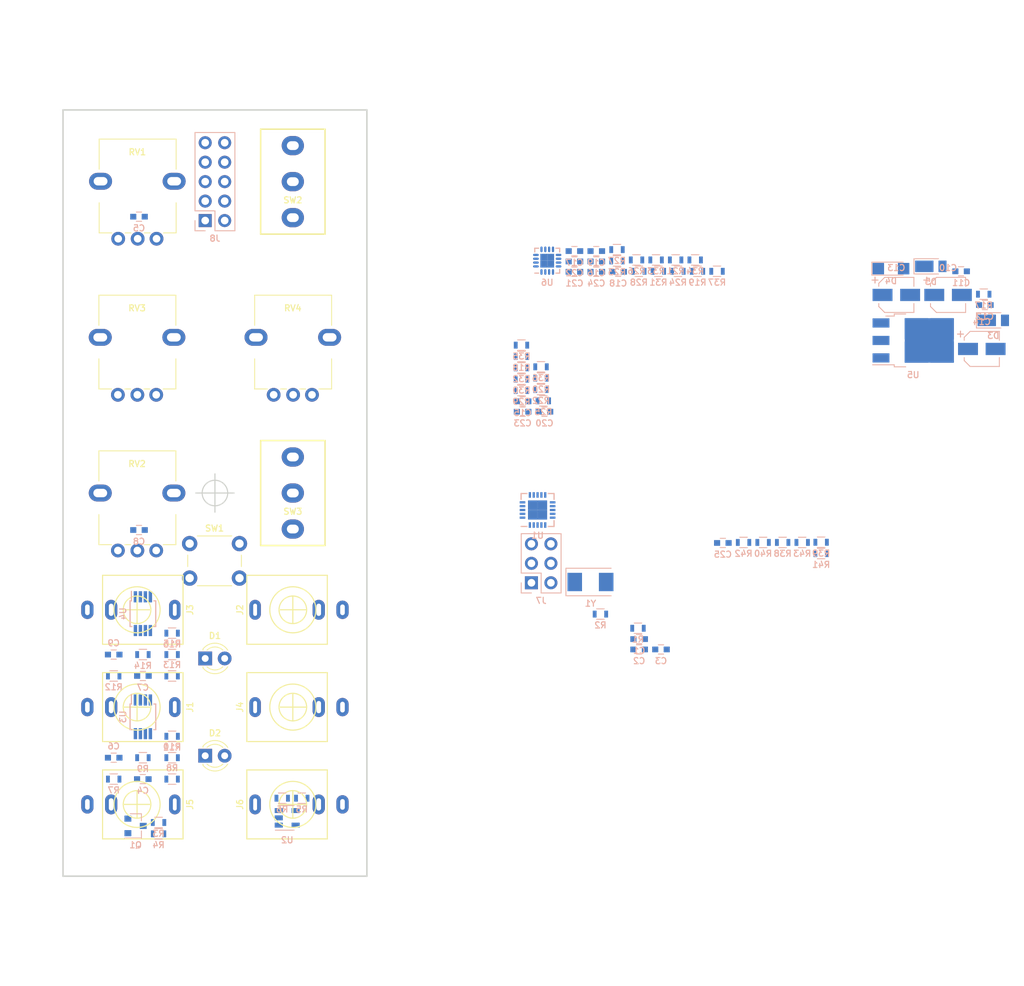
<source format=kicad_pcb>
(kicad_pcb (version 20171130) (host pcbnew 5.0.2-bee76a0~70~ubuntu18.04.1)
  (layers (0 F.Cu signal) (31 B.Cu signal) (34 B.Paste user) (35 F.Paste user) (36 B.SilkS user) (37 F.SilkS user) (38 B.Mask user) (39 F.Mask user) (44 Edge.Cuts user))
  (net 0 "")
  (net 1 +5V)
  (net 2 +12V)
  (net 3 "Net-(R5-Pad2)")
  (net 4 TRIG)
  (net 5 SYNC)
  (net 6 "Net-(Q1-Pad1)")
  (net 7 "Net-(C7-Pad2)")
  (net 8 "Net-(R12-Pad1)")
  (net 9 LED1)
  (net 10 "Net-(D1-Pad2)")
  (net 11 "Net-(R41-Pad2)")
  (net 12 SPDTS)
  (net 13 "Net-(C21-Pad1)")
  (net 14 "Net-(C16-Pad1)")
  (net 15 "Net-(R29-Pad1)")
  (net 16 "Net-(R28-Pad2)")
  (net 17 /OutputStage/Out)
  (net 18 "Net-(R25-Pad1)")
  (net 19 "Net-(C16-Pad2)")
  (net 20 "Net-(C20-Pad1)")
  (net 21 "Net-(C15-Pad2)")
  (net 22 "Net-(R40-Pad2)")
  (net 23 "Net-(R38-Pad2)")
  (net 24 "Net-(R37-Pad2)")
  (net 25 -12V)
  (net 26 "Net-(R36-Pad2)")
  (net 27 /OutputStage/Inv)
  (net 28 "Net-(R33-Pad1)")
  (net 29 "Net-(R32-Pad1)")
  (net 30 "Net-(C4-Pad2)")
  (net 31 /CVIn55/In)
  (net 32 "Net-(C19-Pad1)")
  (net 33 "Net-(C18-Pad1)")
  (net 34 "Net-(C17-Pad1)")
  (net 35 MOSI)
  (net 36 "Net-(C15-Pad1)")
  (net 37 "Net-(D4-Pad2)")
  (net 38 "Net-(R16-Pad1)")
  (net 39 /CVIn05.sch/In)
  (net 40 PWM)
  (net 41 VRef-10)
  (net 42 RESET)
  (net 43 /DigitalIn/In)
  (net 44 /DigitalOut/Out)
  (net 45 "Net-(D2-Pad2)")
  (net 46 "Net-(R7-Pad1)")
  (net 47 FREQ)
  (net 48 "Net-(R11-Pad1)")
  (net 49 "Net-(D3-Pad2)")
  (net 50 "Net-(D5-Pad1)")
  (net 51 SCK)
  (net 52 MISO)
  (net 53 "Net-(J6-PadTN)")
  (net 54 "Net-(J2-PadTN)")
  (net 55 "Net-(J4-PadTN)")
  (net 56 "Net-(C22-Pad1)")
  (net 57 "Net-(C8-Pad1)")
  (net 58 "Net-(C5-Pad1)")
  (net 59 "Net-(U1-Pad19)")
  (net 60 "Net-(U1-Pad18)")
  (net 61 "Net-(U1-Pad17)")
  (net 62 "Net-(C2-Pad2)")
  (net 63 "Net-(C1-Pad2)")
  (net 64 "Net-(U1-Pad10)")
  (net 65 "Net-(U1-Pad7)")
  (net 66 "Net-(U1-Pad6)")
  (module Buttons_Switches_THT:SW_PUSH_6mm_h9.5mm (layer F.Cu) (at 145.198 111.604)
    (fp_text reference SW1 (at 3.25 -2) (layer F.SilkS) (effects (font (size 0.8 0.8))))
    (fp_text value SW_Push)
    (pad 1 thru_hole circle (at 6.5 0 90) (size 2 2) (drill 1.1) (layers *.Cu *.Mask) (net 42 RESET))
    (pad 2 thru_hole circle (at 6.5 4.5 90) (size 2 2) (drill 1.1) (layers *.Cu *.Mask))
    (pad 1 thru_hole circle (at 0 0 90) (size 2 2) (drill 1.1) (layers *.Cu *.Mask) (net 42 RESET))
    (pad 2 thru_hole circle (at 0 4.5 90) (size 2 2) (drill 1.1) (layers *.Cu *.Mask))
  )
  (module Capacitors_SMD:CP_Elec_4x5.8 (layer B.Cu) (at 244.135001 79.144959)
    (fp_text reference C10 (at 0 -3.54) (layer B.SilkS) (effects (font (size 0.8 0.8)) (justify mirror)))
    (fp_text value 10u)
    (fp_text user + (at -2.78 -2.01) (layer B.SilkS) (effects (justify mirror)))
    (pad 2 smd rect (at 1.8 0 180) (size 2.6 1.6) (layers B.Cu B.Paste B.Mask))
    (pad 1 smd rect (at -1.8 0 180) (size 2.6 1.6) (layers B.Cu B.Paste B.Mask) (net 2 +12V))
  )
  (module Capacitors_SMD:CP_Elec_4x5.8 (layer B.Cu) (at 248.535001 86.194959)
    (fp_text reference C14 (at 0 -3.54) (layer B.SilkS) (effects (font (size 0.8 0.8)) (justify mirror)))
    (fp_text value 10u)
    (fp_text user + (at -2.78 -2.01) (layer B.SilkS) (effects (justify mirror)))
    (pad 1 smd rect (at -1.8 0 180) (size 2.6 1.6) (layers B.Cu B.Paste B.Mask))
    (pad 2 smd rect (at 1.8 0 180) (size 2.6 1.6) (layers B.Cu B.Paste B.Mask) (net 25 -12V))
  )
  (module Capacitors_SMD:CP_Elec_4x5.8 (layer B.Cu) (at 237.385001 79.144959)
    (fp_text reference C13 (at 0 -3.54) (layer B.SilkS) (effects (font (size 0.8 0.8)) (justify mirror)))
    (fp_text value 10u)
    (fp_text user + (at -2.78 -2.01) (layer B.SilkS) (effects (justify mirror)))
    (pad 2 smd rect (at 1.8 0 180) (size 2.6 1.6) (layers B.Cu B.Paste B.Mask))
    (pad 1 smd rect (at -1.8 0 180) (size 2.6 1.6) (layers B.Cu B.Paste B.Mask) (net 1 +5V))
  )
  (module Capacitors_SMD:C_0603 (layer B.Cu) (at 248.935001 80.464959)
    (fp_text reference C12 (at 0 1.5) (layer B.SilkS) (effects (font (size 0.8 0.8)) (justify mirror)))
    (fp_text value 100n)
    (pad 2 smd rect (at 0.75 0) (size 0.8 0.75) (layers B.Cu B.Paste B.Mask))
    (pad 1 smd rect (at -0.75 0) (size 0.8 0.75) (layers B.Cu B.Paste B.Mask) (net 1 +5V))
  )
  (module Capacitors_SMD:C_0603 (layer B.Cu) (at 203.835001 124.064959)
    (fp_text reference C1 (at 0 1.5) (layer B.SilkS) (effects (font (size 0.8 0.8)) (justify mirror)))
    (fp_text value 22p)
    (pad 1 smd rect (at -0.75 0) (size 0.8 0.75) (layers B.Cu B.Paste B.Mask))
    (pad 2 smd rect (at 0.75 0) (size 0.8 0.75) (layers B.Cu B.Paste B.Mask) (net 63 "Net-(C1-Pad2)"))
  )
  (module Capacitors_SMD:C_0603 (layer B.Cu) (at 206.685001 125.414959)
    (fp_text reference C3 (at 0 1.5) (layer B.SilkS) (effects (font (size 0.8 0.8)) (justify mirror)))
    (fp_text value 100n)
    (pad 2 smd rect (at 0.75 0) (size 0.8 0.75) (layers B.Cu B.Paste B.Mask))
    (pad 1 smd rect (at -0.75 0) (size 0.8 0.75) (layers B.Cu B.Paste B.Mask) (net 1 +5V))
  )
  (module Capacitors_SMD:C_0603 (layer B.Cu) (at 139.09 142.338)
    (fp_text reference C4 (at 0 1.5) (layer B.SilkS) (effects (font (size 0.8 0.8)) (justify mirror)))
    (fp_text value 470p)
    (pad 1 smd rect (at -0.75 0) (size 0.8 0.75) (layers B.Cu B.Paste B.Mask) (net 47 FREQ))
    (pad 2 smd rect (at 0.75 0) (size 0.8 0.75) (layers B.Cu B.Paste B.Mask) (net 30 "Net-(C4-Pad2)"))
  )
  (module Capacitors_SMD:C_0603 (layer B.Cu) (at 138.594 68.932)
    (fp_text reference C5 (at 0 1.5) (layer B.SilkS) (effects (font (size 0.8 0.8)) (justify mirror)))
    (fp_text value 100n)
    (pad 2 smd rect (at 0.75 0) (size 0.8 0.75) (layers B.Cu B.Paste B.Mask))
    (pad 1 smd rect (at -0.75 0) (size 0.8 0.75) (layers B.Cu B.Paste B.Mask) (net 58 "Net-(C5-Pad1)"))
  )
  (module Capacitors_SMD:C_0603 (layer B.Cu) (at 135.292 139.544 180)
    (fp_text reference C6 (at 0 1.5 180) (layer B.SilkS) (effects (font (size 0.8 0.8)) (justify mirror)))
    (fp_text value 100n)
    (pad 1 smd rect (at -0.75 0 180) (size 0.8 0.75) (layers B.Cu B.Paste B.Mask) (net 1 +5V))
    (pad 2 smd rect (at 0.75 0 180) (size 0.8 0.75) (layers B.Cu B.Paste B.Mask))
  )
  (module Capacitors_SMD:C_0603 (layer B.Cu) (at 139.102 128.876)
    (fp_text reference C7 (at 0 1.5) (layer B.SilkS) (effects (font (size 0.8 0.8)) (justify mirror)))
    (fp_text value 470p)
    (pad 2 smd rect (at 0.75 0) (size 0.8 0.75) (layers B.Cu B.Paste B.Mask) (net 7 "Net-(C7-Pad2)"))
    (pad 1 smd rect (at -0.75 0) (size 0.8 0.75) (layers B.Cu B.Paste B.Mask) (net 40 PWM))
  )
  (module Capacitors_SMD:C_0603 (layer B.Cu) (at 138.594 109.826)
    (fp_text reference C8 (at 0 1.5) (layer B.SilkS) (effects (font (size 0.8 0.8)) (justify mirror)))
    (fp_text value 100n)
    (pad 1 smd rect (at -0.75 0) (size 0.8 0.75) (layers B.Cu B.Paste B.Mask) (net 57 "Net-(C8-Pad1)"))
    (pad 2 smd rect (at 0.75 0) (size 0.8 0.75) (layers B.Cu B.Paste B.Mask))
  )
  (module Capacitors_SMD:C_0603 (layer B.Cu) (at 135.292 126.082 180)
    (fp_text reference C9 (at 0 1.5 180) (layer B.SilkS) (effects (font (size 0.8 0.8)) (justify mirror)))
    (fp_text value 100n)
    (pad 2 smd rect (at 0.75 0 180) (size 0.8 0.75) (layers B.Cu B.Paste B.Mask))
    (pad 1 smd rect (at -0.75 0 180) (size 0.8 0.75) (layers B.Cu B.Paste B.Mask) (net 1 +5V))
  )
  (module Capacitors_SMD:C_0603 (layer B.Cu) (at 245.835001 76.064959)
    (fp_text reference C11 (at 0 1.5) (layer B.SilkS) (effects (font (size 0.8 0.8)) (justify mirror)))
    (fp_text value 100n)
    (pad 1 smd rect (at -0.75 0) (size 0.8 0.75) (layers B.Cu B.Paste B.Mask) (net 2 +12V))
    (pad 2 smd rect (at 0.75 0) (size 0.8 0.75) (layers B.Cu B.Paste B.Mask))
  )
  (module Capacitors_SMD:C_0603 (layer B.Cu) (at 214.755001 111.514959)
    (fp_text reference C25 (at 0 1.5) (layer B.SilkS) (effects (font (size 0.8 0.8)) (justify mirror)))
    (fp_text value 100n)
    (pad 2 smd rect (at 0.75 0) (size 0.8 0.75) (layers B.Cu B.Paste B.Mask))
    (pad 1 smd rect (at -0.75 0) (size 0.8 0.75) (layers B.Cu B.Paste B.Mask) (net 12 SPDTS))
  )
  (module Capacitors_SMD:C_0603 (layer B.Cu) (at 188.635001 93.034959)
    (fp_text reference C15 (at 0 1.5) (layer B.SilkS) (effects (font (size 0.8 0.8)) (justify mirror)))
    (fp_text value 100p)
    (pad 1 smd rect (at -0.75 0) (size 0.8 0.75) (layers B.Cu B.Paste B.Mask) (net 36 "Net-(C15-Pad1)"))
    (pad 2 smd rect (at 0.75 0) (size 0.8 0.75) (layers B.Cu B.Paste B.Mask) (net 21 "Net-(C15-Pad2)"))
  )
  (module Capacitors_SMD:C_0603 (layer B.Cu) (at 198.245001 74.774959)
    (fp_text reference C16 (at 0 1.5) (layer B.SilkS) (effects (font (size 0.8 0.8)) (justify mirror)))
    (fp_text value 100p)
    (pad 2 smd rect (at 0.75 0) (size 0.8 0.75) (layers B.Cu B.Paste B.Mask) (net 19 "Net-(C16-Pad2)"))
    (pad 1 smd rect (at -0.75 0) (size 0.8 0.75) (layers B.Cu B.Paste B.Mask) (net 14 "Net-(C16-Pad1)"))
  )
  (module Capacitors_SMD:C_0603 (layer B.Cu) (at 195.395001 73.424959)
    (fp_text reference C17 (at 0 1.5) (layer B.SilkS) (effects (font (size 0.8 0.8)) (justify mirror)))
    (fp_text value 47n)
    (pad 1 smd rect (at -0.75 0) (size 0.8 0.75) (layers B.Cu B.Paste B.Mask) (net 34 "Net-(C17-Pad1)"))
    (pad 2 smd rect (at 0.75 0) (size 0.8 0.75) (layers B.Cu B.Paste B.Mask))
  )
  (module Capacitors_SMD:C_0603 (layer B.Cu) (at 201.095001 76.124959)
    (fp_text reference C18 (at 0 1.5) (layer B.SilkS) (effects (font (size 0.8 0.8)) (justify mirror)))
    (fp_text value 47n)
    (pad 2 smd rect (at 0.75 0) (size 0.8 0.75) (layers B.Cu B.Paste B.Mask))
    (pad 1 smd rect (at -0.75 0) (size 0.8 0.75) (layers B.Cu B.Paste B.Mask) (net 33 "Net-(C18-Pad1)"))
  )
  (module Capacitors_SMD:C_0603 (layer B.Cu) (at 198.245001 73.424959)
    (fp_text reference C19 (at 0 1.5) (layer B.SilkS) (effects (font (size 0.8 0.8)) (justify mirror)))
    (fp_text value 47n)
    (pad 1 smd rect (at -0.75 0) (size 0.8 0.75) (layers B.Cu B.Paste B.Mask) (net 32 "Net-(C19-Pad1)"))
    (pad 2 smd rect (at 0.75 0) (size 0.8 0.75) (layers B.Cu B.Paste B.Mask))
  )
  (module Capacitors_SMD:C_0603 (layer B.Cu) (at 191.485001 94.384959)
    (fp_text reference C20 (at 0 1.5) (layer B.SilkS) (effects (font (size 0.8 0.8)) (justify mirror)))
    (fp_text value 47n)
    (pad 2 smd rect (at 0.75 0) (size 0.8 0.75) (layers B.Cu B.Paste B.Mask))
    (pad 1 smd rect (at -0.75 0) (size 0.8 0.75) (layers B.Cu B.Paste B.Mask) (net 20 "Net-(C20-Pad1)"))
  )
  (module Capacitors_SMD:C_0603 (layer B.Cu) (at 195.395001 76.124959)
    (fp_text reference C21 (at 0 1.5) (layer B.SilkS) (effects (font (size 0.8 0.8)) (justify mirror)))
    (fp_text value 100p)
    (pad 1 smd rect (at -0.75 0) (size 0.8 0.75) (layers B.Cu B.Paste B.Mask) (net 13 "Net-(C21-Pad1)"))
    (pad 2 smd rect (at 0.75 0) (size 0.8 0.75) (layers B.Cu B.Paste B.Mask) (net 14 "Net-(C16-Pad1)"))
  )
  (module Capacitors_SMD:C_0603 (layer B.Cu) (at 195.395001 74.774959)
    (fp_text reference C22 (at 0 1.5) (layer B.SilkS) (effects (font (size 0.8 0.8)) (justify mirror)))
    (fp_text value C)
    (pad 2 smd rect (at 0.75 0) (size 0.8 0.75) (layers B.Cu B.Paste B.Mask))
    (pad 1 smd rect (at -0.75 0) (size 0.8 0.75) (layers B.Cu B.Paste B.Mask) (net 56 "Net-(C22-Pad1)"))
  )
  (module Capacitors_SMD:C_0603 (layer B.Cu) (at 203.835001 125.414959)
    (fp_text reference C2 (at 0 1.5) (layer B.SilkS) (effects (font (size 0.8 0.8)) (justify mirror)))
    (fp_text value 22p)
    (pad 1 smd rect (at -0.75 0) (size 0.8 0.75) (layers B.Cu B.Paste B.Mask))
    (pad 2 smd rect (at 0.75 0) (size 0.8 0.75) (layers B.Cu B.Paste B.Mask) (net 62 "Net-(C2-Pad2)"))
  )
  (module Capacitors_SMD:C_0603 (layer B.Cu) (at 188.635001 94.384959)
    (fp_text reference C23 (at 0 1.5) (layer B.SilkS) (effects (font (size 0.8 0.8)) (justify mirror)))
    (fp_text value 100n)
    (pad 2 smd rect (at 0.75 0) (size 0.8 0.75) (layers B.Cu B.Paste B.Mask))
    (pad 1 smd rect (at -0.75 0) (size 0.8 0.75) (layers B.Cu B.Paste B.Mask) (net 2 +12V))
  )
  (module Capacitors_SMD:C_0603 (layer B.Cu) (at 198.245001 76.124959)
    (fp_text reference C24 (at 0 1.5) (layer B.SilkS) (effects (font (size 0.8 0.8)) (justify mirror)))
    (fp_text value 100n)
    (pad 1 smd rect (at -0.75 0) (size 0.8 0.75) (layers B.Cu B.Paste B.Mask))
    (pad 2 smd rect (at 0.75 0) (size 0.8 0.75) (layers B.Cu B.Paste B.Mask) (net 25 -12V))
  )
  (module Crystals:Crystal_SMD_Abracon_ABM3-2pin_5.0x3.2mm (layer B.Cu) (at 197.485001 116.614959)
    (fp_text reference Y1 (at 0 2.8) (layer B.SilkS) (effects (font (size 0.8 0.8)) (justify mirror)))
    (fp_text value 20MHz)
    (pad 2 smd rect (at 2.05 0) (size 1.9 2.4) (layers B.Cu B.Paste B.Mask) (net 62 "Net-(C2-Pad2)"))
    (pad 1 smd rect (at -2.05 0) (size 1.9 2.4) (layers B.Cu B.Paste B.Mask) (net 63 "Net-(C1-Pad2)"))
  )
  (module Diodes_SMD:D_PowerDI-123 (layer B.Cu) (at 241.885001 75.414959)
    (fp_text reference D5 (at 0 2) (layer B.SilkS) (effects (font (size 0.8 0.8)) (justify mirror)))
    (fp_text value DFLR1400-7)
    (pad 1 smd rect (at -0.85 0 180) (size 2.4 1.5) (layers B.Cu B.Paste B.Mask) (net 50 "Net-(D5-Pad1)"))
    (pad 2 smd rect (at 1.525 0 180) (size 1.05 1.5) (layers B.Cu B.Paste B.Mask) (net 25 -12V))
  )
  (module Diodes_SMD:D_PowerDI-123 (layer B.Cu) (at 250.035001 82.464959)
    (fp_text reference D3 (at 0 2) (layer B.SilkS) (effects (font (size 0.8 0.8)) (justify mirror)))
    (fp_text value DFLR1400-7)
    (pad 2 smd rect (at 1.525 0 180) (size 1.05 1.5) (layers B.Cu B.Paste B.Mask) (net 49 "Net-(D3-Pad2)"))
    (pad 1 smd rect (at -0.85 0 180) (size 2.4 1.5) (layers B.Cu B.Paste B.Mask) (net 2 +12V))
  )
  (module Housings_DFN_QFN:QFN-16-1EP_3x3mm_Pitch0.5mm (layer B.Cu) (at 191.845001 74.674959)
    (fp_text reference U6 (at 0 2.85) (layer B.SilkS) (effects (font (size 0.8 0.8)) (justify mirror)))
    (fp_text value LM324)
    (pad 17 smd rect (at -0.45 0.45) (size 0.9 0.9) (layers B.Cu B.Paste B.Mask))
    (pad 17 smd rect (at -0.45 -0.45) (size 0.9 0.9) (layers B.Cu B.Paste B.Mask))
    (pad 17 smd rect (at 0.45 0.45) (size 0.9 0.9) (layers B.Cu B.Paste B.Mask))
    (pad 17 smd rect (at 0.45 -0.45) (size 0.9 0.9) (layers B.Cu B.Paste B.Mask))
    (pad 16 smd oval (at -0.75 1.475 270) (size 0.75 0.3) (layers B.Cu B.Paste B.Mask))
    (pad 15 smd oval (at -0.25 1.475 270) (size 0.75 0.3) (layers B.Cu B.Paste B.Mask))
    (pad 14 smd oval (at 0.25 1.475 270) (size 0.75 0.3) (layers B.Cu B.Paste B.Mask) (net 13 "Net-(C21-Pad1)"))
    (pad 13 smd oval (at 0.75 1.475 270) (size 0.75 0.3) (layers B.Cu B.Paste B.Mask) (net 14 "Net-(C16-Pad1)"))
    (pad 12 smd oval (at 1.475 0.75) (size 0.75 0.3) (layers B.Cu B.Paste B.Mask) (net 26 "Net-(R36-Pad2)"))
    (pad 11 smd oval (at 1.475 0.25) (size 0.75 0.3) (layers B.Cu B.Paste B.Mask) (net 25 -12V))
    (pad 10 smd oval (at 1.475 -0.25) (size 0.75 0.3) (layers B.Cu B.Paste B.Mask) (net 56 "Net-(C22-Pad1)"))
    (pad 9 smd oval (at 1.475 -0.75) (size 0.75 0.3) (layers B.Cu B.Paste B.Mask) (net 28 "Net-(R33-Pad1)"))
    (pad 8 smd oval (at 0.75 -1.475 270) (size 0.75 0.3) (layers B.Cu B.Paste B.Mask) (net 28 "Net-(R33-Pad1)"))
    (pad 7 smd oval (at 0.25 -1.475 270) (size 0.75 0.3) (layers B.Cu B.Paste B.Mask) (net 14 "Net-(C16-Pad1)"))
    (pad 6 smd oval (at -0.25 -1.475 270) (size 0.75 0.3) (layers B.Cu B.Paste B.Mask) (net 19 "Net-(C16-Pad2)"))
    (pad 5 smd oval (at -0.75 -1.475 270) (size 0.75 0.3) (layers B.Cu B.Paste B.Mask) (net 16 "Net-(R28-Pad2)"))
    (pad 4 smd oval (at -1.475 -0.75) (size 0.75 0.3) (layers B.Cu B.Paste B.Mask) (net 2 +12V))
    (pad 3 smd oval (at -1.475 -0.25) (size 0.75 0.3) (layers B.Cu B.Paste B.Mask) (net 15 "Net-(R29-Pad1)"))
    (pad 2 smd oval (at -1.475 0.25) (size 0.75 0.3) (layers B.Cu B.Paste B.Mask) (net 21 "Net-(C15-Pad2)"))
    (pad 1 smd oval (at -1.475 0.75) (size 0.75 0.3) (layers B.Cu B.Paste B.Mask) (net 36 "Net-(C15-Pad1)"))
  )
  (module Housings_DFN_QFN:QFN-20-1EP_4x4mm_Pitch0.5mm (layer B.Cu) (at 190.585001 107.214959)
    (fp_text reference U1 (at 0 3.33) (layer B.SilkS) (effects (font (size 0.8 0.8)) (justify mirror)))
    (fp_text value ATtiny84-20MU)
    (pad 21 smd rect (at -0.625 0.625) (size 1.25 1.25) (layers B.Cu B.Paste B.Mask))
    (pad 21 smd rect (at -0.625 -0.625) (size 1.25 1.25) (layers B.Cu B.Paste B.Mask))
    (pad 21 smd rect (at 0.625 0.625) (size 1.25 1.25) (layers B.Cu B.Paste B.Mask))
    (pad 21 smd rect (at 0.625 -0.625) (size 1.25 1.25) (layers B.Cu B.Paste B.Mask))
    (pad 20 smd rect (at -1 1.965 270) (size 0.73 0.3) (layers B.Cu B.Paste B.Mask) (net 52 MISO))
    (pad 19 smd rect (at -0.5 1.965 270) (size 0.73 0.3) (layers B.Cu B.Paste B.Mask) (net 59 "Net-(U1-Pad19)"))
    (pad 18 smd rect (at 0 1.965 270) (size 0.73 0.3) (layers B.Cu B.Paste B.Mask) (net 60 "Net-(U1-Pad18)"))
    (pad 17 smd rect (at 0.5 1.965 270) (size 0.73 0.3) (layers B.Cu B.Paste B.Mask) (net 61 "Net-(U1-Pad17)"))
    (pad 16 smd rect (at 1 1.965 270) (size 0.73 0.3) (layers B.Cu B.Paste B.Mask) (net 35 MOSI))
    (pad 15 smd rect (at 1.965 1) (size 0.73 0.3) (layers B.Cu B.Paste B.Mask) (net 12 SPDTS))
    (pad 14 smd rect (at 1.965 0.5) (size 0.73 0.3) (layers B.Cu B.Paste B.Mask) (net 9 LED1))
    (pad 13 smd rect (at 1.965 0) (size 0.73 0.3) (layers B.Cu B.Paste B.Mask) (net 42 RESET))
    (pad 12 smd rect (at 1.965 -0.5) (size 0.73 0.3) (layers B.Cu B.Paste B.Mask) (net 62 "Net-(C2-Pad2)"))
    (pad 11 smd rect (at 1.965 -1) (size 0.73 0.3) (layers B.Cu B.Paste B.Mask) (net 63 "Net-(C1-Pad2)"))
    (pad 10 smd rect (at 1 -1.965 270) (size 0.73 0.3) (layers B.Cu B.Paste B.Mask) (net 64 "Net-(U1-Pad10)"))
    (pad 9 smd rect (at 0.5 -1.965 270) (size 0.73 0.3) (layers B.Cu B.Paste B.Mask) (net 1 +5V))
    (pad 8 smd rect (at 0 -1.965 270) (size 0.73 0.3) (layers B.Cu B.Paste B.Mask))
    (pad 7 smd rect (at -0.5 -1.965 270) (size 0.73 0.3) (layers B.Cu B.Paste B.Mask) (net 65 "Net-(U1-Pad7)"))
    (pad 6 smd rect (at -1 -1.965 270) (size 0.73 0.3) (layers B.Cu B.Paste B.Mask) (net 66 "Net-(U1-Pad6)"))
    (pad 5 smd rect (at -1.965 -1) (size 0.73 0.3) (layers B.Cu B.Paste B.Mask) (net 47 FREQ))
    (pad 4 smd rect (at -1.965 -0.5) (size 0.73 0.3) (layers B.Cu B.Paste B.Mask) (net 40 PWM))
    (pad 3 smd rect (at -1.965 0) (size 0.73 0.3) (layers B.Cu B.Paste B.Mask) (net 5 SYNC))
    (pad 2 smd rect (at -1.965 0.5) (size 0.73 0.3) (layers B.Cu B.Paste B.Mask) (net 4 TRIG))
    (pad 1 smd rect (at -1.965 1) (size 0.73 0.3) (layers B.Cu B.Paste B.Mask) (net 51 SCK))
  )
  (module Housings_SSOP:MSOP-8_3x3mm_Pitch0.65mm (layer B.Cu) (at 139.102 120.748 270)
    (fp_text reference U4 (at 0 2.6 270) (layer B.SilkS) (effects (font (size 0.8 0.8)) (justify mirror)))
    (fp_text value MCP6002-xMS)
    (pad 1 smd rect (at -2.2 0.975 270) (size 1.45 0.45) (layers B.Cu B.Paste B.Mask) (net 8 "Net-(R12-Pad1)"))
    (pad 2 smd rect (at -2.2 0.325 270) (size 1.45 0.45) (layers B.Cu B.Paste B.Mask) (net 8 "Net-(R12-Pad1)"))
    (pad 3 smd rect (at -2.2 -0.325 270) (size 1.45 0.45) (layers B.Cu B.Paste B.Mask) (net 57 "Net-(C8-Pad1)"))
    (pad 4 smd rect (at -2.2 -0.975 270) (size 1.45 0.45) (layers B.Cu B.Paste B.Mask))
    (pad 5 smd rect (at 2.2 -0.975 270) (size 1.45 0.45) (layers B.Cu B.Paste B.Mask) (net 38 "Net-(R16-Pad1)"))
    (pad 6 smd rect (at 2.2 -0.325 270) (size 1.45 0.45) (layers B.Cu B.Paste B.Mask) (net 7 "Net-(C7-Pad2)"))
    (pad 7 smd rect (at 2.2 0.325 270) (size 1.45 0.45) (layers B.Cu B.Paste B.Mask) (net 40 PWM))
    (pad 8 smd rect (at 2.2 0.975 270) (size 1.45 0.45) (layers B.Cu B.Paste B.Mask) (net 1 +5V))
  )
  (module Housings_SSOP:MSOP-8_3x3mm_Pitch0.65mm (layer B.Cu) (at 139.102 134.21 270)
    (fp_text reference U3 (at 0 2.6 270) (layer B.SilkS) (effects (font (size 0.8 0.8)) (justify mirror)))
    (fp_text value MCP6002-xMS)
    (pad 8 smd rect (at 2.2 0.975 270) (size 1.45 0.45) (layers B.Cu B.Paste B.Mask) (net 1 +5V))
    (pad 7 smd rect (at 2.2 0.325 270) (size 1.45 0.45) (layers B.Cu B.Paste B.Mask) (net 47 FREQ))
    (pad 6 smd rect (at 2.2 -0.325 270) (size 1.45 0.45) (layers B.Cu B.Paste B.Mask) (net 30 "Net-(C4-Pad2)"))
    (pad 5 smd rect (at 2.2 -0.975 270) (size 1.45 0.45) (layers B.Cu B.Paste B.Mask) (net 48 "Net-(R11-Pad1)"))
    (pad 4 smd rect (at -2.2 -0.975 270) (size 1.45 0.45) (layers B.Cu B.Paste B.Mask))
    (pad 3 smd rect (at -2.2 -0.325 270) (size 1.45 0.45) (layers B.Cu B.Paste B.Mask) (net 58 "Net-(C5-Pad1)"))
    (pad 2 smd rect (at -2.2 0.325 270) (size 1.45 0.45) (layers B.Cu B.Paste B.Mask) (net 46 "Net-(R7-Pad1)"))
    (pad 1 smd rect (at -2.2 0.975 270) (size 1.45 0.45) (layers B.Cu B.Paste B.Mask) (net 46 "Net-(R7-Pad1)"))
  )
  (module LEDs:LED_1206 (layer B.Cu) (at 236.685001 75.714959)
    (fp_text reference D4 (at 0 1.6) (layer B.SilkS) (effects (font (size 0.8 0.8)) (justify mirror)))
    (fp_text value LED)
    (pad 1 smd rect (at -1.65 0 180) (size 1.5 1.5) (layers B.Cu B.Paste B.Mask))
    (pad 2 smd rect (at 1.65 0 180) (size 1.5 1.5) (layers B.Cu B.Paste B.Mask) (net 37 "Net-(D4-Pad2)"))
  )
  (module LEDs:LED_D3.0mm (layer F.Cu) (at 147.23 126.59)
    (fp_text reference D1 (at 1.27 -2.96) (layer F.SilkS) (effects (font (size 0.8 0.8))))
    (fp_text value LED)
    (pad 1 thru_hole rect (at 0 0) (size 1.8 1.8) (drill 0.9) (layers *.Cu *.Mask))
    (pad 2 thru_hole circle (at 2.54 0) (size 1.8 1.8) (drill 0.9) (layers *.Cu *.Mask) (net 10 "Net-(D1-Pad2)"))
  )
  (module LEDs:LED_D3.0mm (layer F.Cu) (at 147.23 139.29)
    (fp_text reference D2 (at 1.27 -2.96) (layer F.SilkS) (effects (font (size 0.8 0.8))))
    (fp_text value LED)
    (pad 2 thru_hole circle (at 2.54 0) (size 1.8 1.8) (drill 0.9) (layers *.Cu *.Mask) (net 45 "Net-(D2-Pad2)"))
    (pad 1 thru_hole rect (at 0 0) (size 1.8 1.8) (drill 0.9) (layers *.Cu *.Mask))
  )
  (module Local:AlpsRK09K (layer F.Cu) (at 138.38 64.31)
    (fp_text reference RV1 (at 0 -3.81 180) (layer F.SilkS) (effects (font (size 0.8 0.8))))
    (fp_text value 100k)
    (pad "" np_thru_hole oval (at 4.8 0) (size 3 2.2) (drill oval 1.8 1.1) (layers *.Cu *.Mask))
    (pad 3 thru_hole circle (at -2.5 7.50001 90) (size 1.8 1.8) (drill 1) (layers *.Cu *.Mask))
    (pad 2 thru_hole circle (at 0.04 7.50001 90) (size 1.8 1.8) (drill 1) (layers *.Cu *.Mask) (net 58 "Net-(C5-Pad1)"))
    (pad 1 thru_hole circle (at 2.5 7.50001 90) (size 1.8 1.8) (drill 1) (layers *.Cu *.Mask) (net 1 +5V))
    (pad "" np_thru_hole oval (at -4.8 0) (size 3 2.2) (drill oval 1.8 1.1) (layers *.Cu *.Mask))
  )
  (module Local:AlpsRK09K (layer F.Cu) (at 138.34 105)
    (fp_text reference RV2 (at 0 -3.81 180) (layer F.SilkS) (effects (font (size 0.8 0.8))))
    (fp_text value 100k)
    (pad "" np_thru_hole oval (at -4.8 0) (size 3 2.2) (drill oval 1.8 1.1) (layers *.Cu *.Mask))
    (pad 1 thru_hole circle (at 2.5 7.50001 90) (size 1.8 1.8) (drill 1) (layers *.Cu *.Mask) (net 1 +5V))
    (pad 2 thru_hole circle (at 0.04 7.50001 90) (size 1.8 1.8) (drill 1) (layers *.Cu *.Mask) (net 57 "Net-(C8-Pad1)"))
    (pad 3 thru_hole circle (at -2.5 7.50001 90) (size 1.8 1.8) (drill 1) (layers *.Cu *.Mask))
    (pad "" np_thru_hole oval (at 4.8 0) (size 3 2.2) (drill oval 1.8 1.1) (layers *.Cu *.Mask))
  )
  (module Local:AlpsRK09K (layer F.Cu) (at 138.34 84.68)
    (fp_text reference RV3 (at 0 -3.81 180) (layer F.SilkS) (effects (font (size 0.8 0.8))))
    (fp_text value 100k)
    (pad "" np_thru_hole oval (at 4.8 0) (size 3 2.2) (drill oval 1.8 1.1) (layers *.Cu *.Mask))
    (pad 3 thru_hole circle (at -2.5 7.50001 90) (size 1.8 1.8) (drill 1) (layers *.Cu *.Mask))
    (pad 2 thru_hole circle (at 0.04 7.50001 90) (size 1.8 1.8) (drill 1) (layers *.Cu *.Mask) (net 18 "Net-(R25-Pad1)"))
    (pad 1 thru_hole circle (at 2.5 7.50001 90) (size 1.8 1.8) (drill 1) (layers *.Cu *.Mask) (net 36 "Net-(C15-Pad1)"))
    (pad "" np_thru_hole oval (at -4.8 0) (size 3 2.2) (drill oval 1.8 1.1) (layers *.Cu *.Mask))
  )
  (module Local:AlpsRK09K (layer F.Cu) (at 158.66 84.68)
    (fp_text reference RV4 (at 0 -3.81 180) (layer F.SilkS) (effects (font (size 0.8 0.8))))
    (fp_text value 100k)
    (pad "" np_thru_hole oval (at -4.8 0) (size 3 2.2) (drill oval 1.8 1.1) (layers *.Cu *.Mask))
    (pad 1 thru_hole circle (at 2.5 7.50001 90) (size 1.8 1.8) (drill 1) (layers *.Cu *.Mask) (net 24 "Net-(R37-Pad2)"))
    (pad 2 thru_hole circle (at 0.04 7.50001 90) (size 1.8 1.8) (drill 1) (layers *.Cu *.Mask) (net 56 "Net-(C22-Pad1)"))
    (pad 3 thru_hole circle (at -2.5 7.50001 90) (size 1.8 1.8) (drill 1) (layers *.Cu *.Mask) (net 29 "Net-(R32-Pad1)"))
    (pad "" np_thru_hole oval (at 4.8 0) (size 3 2.2) (drill oval 1.8 1.1) (layers *.Cu *.Mask))
  )
  (module Local:PJ398SM (layer F.Cu) (at 138.34 145.64 270)
    (fp_text reference J5 (at 0 -6.9 270) (layer F.SilkS) (effects (font (size 0.8 0.8))))
    (fp_text value AudioJack2_SwitchT)
    (pad T thru_hole oval (at 0 -4.92 270) (size 2.6 1.5) (drill oval 1.6 0.5) (layers *.Cu *.Mask) (net 43 /DigitalIn/In))
    (pad S thru_hole oval (at 0 6.48 270) (size 2.4 1.6) (drill oval 1.4 0.6) (layers *.Cu *.Mask))
    (pad TN thru_hole oval (at 0 3.38 270) (size 2.6 1.6) (drill oval 1.6 0.6) (layers *.Cu *.Mask) (net 1 +5V))
  )
  (module Local:PJ398SM (layer F.Cu) (at 158.66 132.94 90)
    (fp_text reference J4 (at 0 -6.9 90) (layer F.SilkS) (effects (font (size 0.8 0.8))))
    (fp_text value AudioJack2_SwitchT)
    (pad TN thru_hole oval (at 0 3.38 90) (size 2.6 1.6) (drill oval 1.6 0.6) (layers *.Cu *.Mask) (net 55 "Net-(J4-PadTN)"))
    (pad S thru_hole oval (at 0 6.48 90) (size 2.4 1.6) (drill oval 1.4 0.6) (layers *.Cu *.Mask))
    (pad T thru_hole oval (at 0 -4.92 90) (size 2.6 1.5) (drill oval 1.6 0.5) (layers *.Cu *.Mask) (net 27 /OutputStage/Inv))
  )
  (module Local:PJ398SM (layer F.Cu) (at 138.34 120.24 270)
    (fp_text reference J3 (at 0 -6.9 270) (layer F.SilkS) (effects (font (size 0.8 0.8))))
    (fp_text value AudioJack2_SwitchT)
    (pad T thru_hole oval (at 0 -4.92 270) (size 2.6 1.5) (drill oval 1.6 0.5) (layers *.Cu *.Mask) (net 39 /CVIn05.sch/In))
    (pad S thru_hole oval (at 0 6.48 270) (size 2.4 1.6) (drill oval 1.4 0.6) (layers *.Cu *.Mask))
    (pad TN thru_hole oval (at 0 3.38 270) (size 2.6 1.6) (drill oval 1.6 0.6) (layers *.Cu *.Mask))
  )
  (module Local:PJ398SM (layer F.Cu) (at 158.66 120.24 90)
    (fp_text reference J2 (at 0 -6.9 90) (layer F.SilkS) (effects (font (size 0.8 0.8))))
    (fp_text value AudioJack2_SwitchT)
    (pad TN thru_hole oval (at 0 3.38 90) (size 2.6 1.6) (drill oval 1.6 0.6) (layers *.Cu *.Mask) (net 54 "Net-(J2-PadTN)"))
    (pad S thru_hole oval (at 0 6.48 90) (size 2.4 1.6) (drill oval 1.4 0.6) (layers *.Cu *.Mask))
    (pad T thru_hole oval (at 0 -4.92 90) (size 2.6 1.5) (drill oval 1.6 0.5) (layers *.Cu *.Mask) (net 17 /OutputStage/Out))
  )
  (module Local:PJ398SM (layer F.Cu) (at 138.34 132.94 270)
    (fp_text reference J1 (at 0 -6.9 270) (layer F.SilkS) (effects (font (size 0.8 0.8))))
    (fp_text value AudioJack2_SwitchT)
    (pad T thru_hole oval (at 0 -4.92 270) (size 2.6 1.5) (drill oval 1.6 0.5) (layers *.Cu *.Mask) (net 31 /CVIn55/In))
    (pad S thru_hole oval (at 0 6.48 270) (size 2.4 1.6) (drill oval 1.4 0.6) (layers *.Cu *.Mask))
    (pad TN thru_hole oval (at 0 3.38 270) (size 2.6 1.6) (drill oval 1.6 0.6) (layers *.Cu *.Mask))
  )
  (module Local:PJ398SM (layer F.Cu) (at 158.66 145.64 90)
    (fp_text reference J6 (at 0 -6.9 90) (layer F.SilkS) (effects (font (size 0.8 0.8))))
    (fp_text value AudioJack2_SwitchT)
    (pad TN thru_hole oval (at 0 3.38 90) (size 2.6 1.6) (drill oval 1.6 0.6) (layers *.Cu *.Mask) (net 53 "Net-(J6-PadTN)"))
    (pad S thru_hole oval (at 0 6.48 90) (size 2.4 1.6) (drill oval 1.4 0.6) (layers *.Cu *.Mask))
    (pad T thru_hole oval (at 0 -4.92 90) (size 2.6 1.5) (drill oval 1.6 0.5) (layers *.Cu *.Mask) (net 44 /DigitalOut/Out))
  )
  (module Local:SPDT (layer F.Cu) (at 158.66 105)
    (fp_text reference SW3 (at 0 2.413) (layer F.SilkS) (effects (font (size 0.8 0.8))))
    (fp_text value SW_SPDT_MSM)
    (pad 1 thru_hole oval (at 0 4.7) (size 2.9 2.5) (drill oval 1.55 1.15) (layers *.Cu *.Mask) (net 11 "Net-(R41-Pad2)"))
    (pad 3 thru_hole oval (at 0 -4.7) (size 2.9 2.5) (drill oval 1.55 1.15) (layers *.Cu *.Mask) (net 23 "Net-(R38-Pad2)"))
    (pad 2 thru_hole oval (at 0 0) (size 2.9 2.5) (drill oval 1.55 1.15) (layers *.Cu *.Mask) (net 12 SPDTS))
  )
  (module Local:SPDT (layer F.Cu) (at 158.66 64.36)
    (fp_text reference SW2 (at 0 2.413) (layer F.SilkS) (effects (font (size 0.8 0.8))))
    (fp_text value SW_SPDT_MSM)
    (pad 2 thru_hole oval (at 0 0) (size 2.9 2.5) (drill oval 1.55 1.15) (layers *.Cu *.Mask) (net 23 "Net-(R38-Pad2)"))
    (pad 3 thru_hole oval (at 0 -4.7) (size 2.9 2.5) (drill oval 1.55 1.15) (layers *.Cu *.Mask) (net 1 +5V))
    (pad 1 thru_hole oval (at 0 4.7) (size 2.9 2.5) (drill oval 1.55 1.15) (layers *.Cu *.Mask) (net 22 "Net-(R40-Pad2)"))
  )
  (module Pin_Headers:Pin_Header_Straight_2x03_Pitch2.54mm (layer B.Cu) (at 189.785001 116.714959)
    (fp_text reference J7 (at 1.27 2.33) (layer B.SilkS) (effects (font (size 0.8 0.8)) (justify mirror)))
    (fp_text value Conn_02x03_Odd_Even)
    (pad 6 thru_hole oval (at 2.54 -5.08) (size 1.7 1.7) (drill 1) (layers *.Cu *.Mask))
    (pad 5 thru_hole oval (at 0 -5.08) (size 1.7 1.7) (drill 1) (layers *.Cu *.Mask) (net 42 RESET))
    (pad 4 thru_hole oval (at 2.54 -2.54) (size 1.7 1.7) (drill 1) (layers *.Cu *.Mask) (net 35 MOSI))
    (pad 3 thru_hole oval (at 0 -2.54) (size 1.7 1.7) (drill 1) (layers *.Cu *.Mask) (net 51 SCK))
    (pad 2 thru_hole oval (at 2.54 0) (size 1.7 1.7) (drill 1) (layers *.Cu *.Mask) (net 1 +5V))
    (pad 1 thru_hole rect (at 0 0) (size 1.7 1.7) (drill 1) (layers *.Cu *.Mask) (net 52 MISO))
  )
  (module Pin_Headers:Pin_Header_Straight_2x05_Pitch2.54mm (layer B.Cu) (at 147.23 69.44)
    (fp_text reference J8 (at 1.27 2.33) (layer B.SilkS) (effects (font (size 0.8 0.8)) (justify mirror)))
    (fp_text value Conn_02x05_Odd_Even)
    (pad 10 thru_hole oval (at 2.54 -10.16) (size 1.7 1.7) (drill 1) (layers *.Cu *.Mask) (net 49 "Net-(D3-Pad2)"))
    (pad 9 thru_hole oval (at 0 -10.16) (size 1.7 1.7) (drill 1) (layers *.Cu *.Mask) (net 49 "Net-(D3-Pad2)"))
    (pad 8 thru_hole oval (at 2.54 -7.62) (size 1.7 1.7) (drill 1) (layers *.Cu *.Mask))
    (pad 7 thru_hole oval (at 0 -7.62) (size 1.7 1.7) (drill 1) (layers *.Cu *.Mask))
    (pad 6 thru_hole oval (at 2.54 -5.08) (size 1.7 1.7) (drill 1) (layers *.Cu *.Mask))
    (pad 5 thru_hole oval (at 0 -5.08) (size 1.7 1.7) (drill 1) (layers *.Cu *.Mask))
    (pad 4 thru_hole oval (at 2.54 -2.54) (size 1.7 1.7) (drill 1) (layers *.Cu *.Mask))
    (pad 3 thru_hole oval (at 0 -2.54) (size 1.7 1.7) (drill 1) (layers *.Cu *.Mask))
    (pad 2 thru_hole oval (at 2.54 0) (size 1.7 1.7) (drill 1) (layers *.Cu *.Mask) (net 50 "Net-(D5-Pad1)"))
    (pad 1 thru_hole rect (at 0 0) (size 1.7 1.7) (drill 1) (layers *.Cu *.Mask) (net 50 "Net-(D5-Pad1)"))
  )
  (module Resistors_SMD:R_0603 (layer B.Cu) (at 142.912 136.75)
    (fp_text reference R11 (at 0 1.45) (layer B.SilkS) (effects (font (size 0.8 0.8)) (justify mirror)))
    (fp_text value 47k)
    (pad 2 smd rect (at 0.75 0) (size 0.5 0.9) (layers B.Cu B.Paste B.Mask))
    (pad 1 smd rect (at -0.75 0) (size 0.5 0.9) (layers B.Cu B.Paste B.Mask) (net 48 "Net-(R11-Pad1)"))
  )
  (module Resistors_SMD:R_0603 (layer B.Cu) (at 139.102 139.544)
    (fp_text reference R9 (at 0 1.45) (layer B.SilkS) (effects (font (size 0.8 0.8)) (justify mirror)))
    (fp_text value 100k)
    (pad 1 smd rect (at -0.75 0) (size 0.5 0.9) (layers B.Cu B.Paste B.Mask) (net 47 FREQ))
    (pad 2 smd rect (at 0.75 0) (size 0.5 0.9) (layers B.Cu B.Paste B.Mask) (net 30 "Net-(C4-Pad2)"))
  )
  (module Resistors_SMD:R_0603 (layer B.Cu) (at 142.912 142.338 180)
    (fp_text reference R8 (at 0 1.45 180) (layer B.SilkS) (effects (font (size 0.8 0.8)) (justify mirror)))
    (fp_text value 200k)
    (pad 2 smd rect (at 0.75 0 180) (size 0.5 0.9) (layers B.Cu B.Paste B.Mask) (net 30 "Net-(C4-Pad2)"))
    (pad 1 smd rect (at -0.75 0 180) (size 0.5 0.9) (layers B.Cu B.Paste B.Mask) (net 41 VRef-10))
  )
  (module Resistors_SMD:R_0603 (layer B.Cu) (at 135.292 142.338)
    (fp_text reference R7 (at 0 1.45) (layer B.SilkS) (effects (font (size 0.8 0.8)) (justify mirror)))
    (fp_text value 100k)
    (pad 1 smd rect (at -0.75 0) (size 0.5 0.9) (layers B.Cu B.Paste B.Mask) (net 46 "Net-(R7-Pad1)"))
    (pad 2 smd rect (at 0.75 0) (size 0.5 0.9) (layers B.Cu B.Paste B.Mask) (net 30 "Net-(C4-Pad2)"))
  )
  (module Resistors_SMD:R_0603 (layer B.Cu) (at 157.275001 144.829959)
    (fp_text reference R6 (at 0 1.45) (layer B.SilkS) (effects (font (size 0.8 0.8)) (justify mirror)))
    (fp_text value 330)
    (pad 2 smd rect (at 0.75 0) (size 0.5 0.9) (layers B.Cu B.Paste B.Mask) (net 45 "Net-(D2-Pad2)"))
    (pad 1 smd rect (at -0.75 0) (size 0.5 0.9) (layers B.Cu B.Paste B.Mask) (net 4 TRIG))
  )
  (module Resistors_SMD:R_0603 (layer B.Cu) (at 159.825001 144.829959)
    (fp_text reference R5 (at 0 1.45) (layer B.SilkS) (effects (font (size 0.8 0.8)) (justify mirror)))
    (fp_text value 1k)
    (pad 1 smd rect (at -0.75 0) (size 0.5 0.9) (layers B.Cu B.Paste B.Mask) (net 44 /DigitalOut/Out))
    (pad 2 smd rect (at 0.75 0) (size 0.5 0.9) (layers B.Cu B.Paste B.Mask) (net 3 "Net-(R5-Pad2)"))
  )
  (module Resistors_SMD:R_0603 (layer B.Cu) (at 141.145001 149.479959)
    (fp_text reference R4 (at 0 1.45) (layer B.SilkS) (effects (font (size 0.8 0.8)) (justify mirror)))
    (fp_text value 100k)
    (pad 2 smd rect (at 0.75 0) (size 0.5 0.9) (layers B.Cu B.Paste B.Mask) (net 6 "Net-(Q1-Pad1)"))
    (pad 1 smd rect (at -0.75 0) (size 0.5 0.9) (layers B.Cu B.Paste B.Mask) (net 43 /DigitalIn/In))
  )
  (module Resistors_SMD:R_0603 (layer B.Cu) (at 141.145001 147.999959)
    (fp_text reference R3 (at 0 1.45) (layer B.SilkS) (effects (font (size 0.8 0.8)) (justify mirror)))
    (fp_text value 10k)
    (pad 1 smd rect (at -0.75 0) (size 0.5 0.9) (layers B.Cu B.Paste B.Mask) (net 1 +5V))
    (pad 2 smd rect (at 0.75 0) (size 0.5 0.9) (layers B.Cu B.Paste B.Mask) (net 5 SYNC))
  )
  (module Resistors_SMD:R_0603 (layer B.Cu) (at 200.945001 74.709959)
    (fp_text reference R23 (at 0 1.45) (layer B.SilkS) (effects (font (size 0.8 0.8)) (justify mirror)))
    (fp_text value 470)
    (pad 2 smd rect (at 0.75 0) (size 0.5 0.9) (layers B.Cu B.Paste B.Mask) (net 32 "Net-(C19-Pad1)"))
    (pad 1 smd rect (at -0.75 0) (size 0.5 0.9) (layers B.Cu B.Paste B.Mask) (net 20 "Net-(C20-Pad1)"))
  )
  (module Resistors_SMD:R_0603 (layer B.Cu) (at 203.685001 122.649959)
    (fp_text reference R1 (at 0 1.45) (layer B.SilkS) (effects (font (size 0.8 0.8)) (justify mirror)))
    (fp_text value 10k)
    (pad 1 smd rect (at -0.75 0) (size 0.5 0.9) (layers B.Cu B.Paste B.Mask) (net 1 +5V))
    (pad 2 smd rect (at 0.75 0) (size 0.5 0.9) (layers B.Cu B.Paste B.Mask) (net 42 RESET))
  )
  (module Resistors_SMD:R_0603 (layer B.Cu) (at 142.912 128.876 180)
    (fp_text reference R13 (at 0 1.45 180) (layer B.SilkS) (effects (font (size 0.8 0.8)) (justify mirror)))
    (fp_text value 200k)
    (pad 2 smd rect (at 0.75 0 180) (size 0.5 0.9) (layers B.Cu B.Paste B.Mask) (net 7 "Net-(C7-Pad2)"))
    (pad 1 smd rect (at -0.75 0 180) (size 0.5 0.9) (layers B.Cu B.Paste B.Mask) (net 41 VRef-10))
  )
  (module Resistors_SMD:R_0603 (layer B.Cu) (at 139.102 126.082)
    (fp_text reference R14 (at 0 1.45) (layer B.SilkS) (effects (font (size 0.8 0.8)) (justify mirror)))
    (fp_text value 100k)
    (pad 1 smd rect (at -0.75 0) (size 0.5 0.9) (layers B.Cu B.Paste B.Mask) (net 40 PWM))
    (pad 2 smd rect (at 0.75 0) (size 0.5 0.9) (layers B.Cu B.Paste B.Mask) (net 7 "Net-(C7-Pad2)"))
  )
  (module Resistors_SMD:R_0603 (layer B.Cu) (at 142.912 126.082 180)
    (fp_text reference R15 (at 0 1.45 180) (layer B.SilkS) (effects (font (size 0.8 0.8)) (justify mirror)))
    (fp_text value 100k)
    (pad 2 smd rect (at 0.75 0 180) (size 0.5 0.9) (layers B.Cu B.Paste B.Mask) (net 7 "Net-(C7-Pad2)"))
    (pad 1 smd rect (at -0.75 0 180) (size 0.5 0.9) (layers B.Cu B.Paste B.Mask) (net 39 /CVIn05.sch/In))
  )
  (module Resistors_SMD:R_0603 (layer B.Cu) (at 142.912 123.288)
    (fp_text reference R16 (at 0 1.45) (layer B.SilkS) (effects (font (size 0.8 0.8)) (justify mirror)))
    (fp_text value 47k)
    (pad 1 smd rect (at -0.75 0) (size 0.5 0.9) (layers B.Cu B.Paste B.Mask) (net 38 "Net-(R16-Pad1)"))
    (pad 2 smd rect (at 0.75 0) (size 0.5 0.9) (layers B.Cu B.Paste B.Mask))
  )
  (module Resistors_SMD:R_0603 (layer B.Cu) (at 248.785001 79.049959)
    (fp_text reference R17 (at 0 1.45) (layer B.SilkS) (effects (font (size 0.8 0.8)) (justify mirror)))
    (fp_text value 330)
    (pad 2 smd rect (at 0.75 0) (size 0.5 0.9) (layers B.Cu B.Paste B.Mask) (net 37 "Net-(D4-Pad2)"))
    (pad 1 smd rect (at -0.75 0) (size 0.5 0.9) (layers B.Cu B.Paste B.Mask) (net 1 +5V))
  )
  (module Resistors_SMD:R_0603 (layer B.Cu) (at 188.485001 87.179959)
    (fp_text reference R18 (at 0 1.45) (layer B.SilkS) (effects (font (size 0.8 0.8)) (justify mirror)))
    (fp_text value 68k)
    (pad 1 smd rect (at -0.75 0) (size 0.5 0.9) (layers B.Cu B.Paste B.Mask) (net 36 "Net-(C15-Pad1)"))
    (pad 2 smd rect (at 0.75 0) (size 0.5 0.9) (layers B.Cu B.Paste B.Mask) (net 21 "Net-(C15-Pad2)"))
  )
  (module Resistors_SMD:R_0603 (layer B.Cu) (at 211.445001 76.059959)
    (fp_text reference R19 (at 0 1.45) (layer B.SilkS) (effects (font (size 0.8 0.8)) (justify mirror)))
    (fp_text value 68k)
    (pad 2 smd rect (at 0.75 0) (size 0.5 0.9) (layers B.Cu B.Paste B.Mask) (net 19 "Net-(C16-Pad2)"))
    (pad 1 smd rect (at -0.75 0) (size 0.5 0.9) (layers B.Cu B.Paste B.Mask) (net 14 "Net-(C16-Pad1)"))
  )
  (module Resistors_SMD:R_0603 (layer B.Cu) (at 191.035001 90.009959)
    (fp_text reference R20 (at 0 1.45) (layer B.SilkS) (effects (font (size 0.8 0.8)) (justify mirror)))
    (fp_text value 470)
    (pad 1 smd rect (at -0.75 0) (size 0.5 0.9) (layers B.Cu B.Paste B.Mask) (net 34 "Net-(C17-Pad1)"))
    (pad 2 smd rect (at 0.75 0) (size 0.5 0.9) (layers B.Cu B.Paste B.Mask) (net 35 MOSI))
  )
  (module Resistors_SMD:R_0603 (layer B.Cu) (at 208.595001 74.579959)
    (fp_text reference R21 (at 0 1.45) (layer B.SilkS) (effects (font (size 0.8 0.8)) (justify mirror)))
    (fp_text value 470)
    (pad 2 smd rect (at 0.75 0) (size 0.5 0.9) (layers B.Cu B.Paste B.Mask) (net 34 "Net-(C17-Pad1)"))
    (pad 1 smd rect (at -0.75 0) (size 0.5 0.9) (layers B.Cu B.Paste B.Mask) (net 33 "Net-(C18-Pad1)"))
  )
  (module Resistors_SMD:R_0603 (layer B.Cu) (at 191.035001 91.489959)
    (fp_text reference R22 (at 0 1.45) (layer B.SilkS) (effects (font (size 0.8 0.8)) (justify mirror)))
    (fp_text value 470)
    (pad 1 smd rect (at -0.75 0) (size 0.5 0.9) (layers B.Cu B.Paste B.Mask) (net 32 "Net-(C19-Pad1)"))
    (pad 2 smd rect (at 0.75 0) (size 0.5 0.9) (layers B.Cu B.Paste B.Mask) (net 33 "Net-(C18-Pad1)"))
  )
  (module Resistors_SMD:R_0603 (layer B.Cu) (at 142.912 139.544 180)
    (fp_text reference R10 (at 0 1.45 180) (layer B.SilkS) (effects (font (size 0.8 0.8)) (justify mirror)))
    (fp_text value 200k)
    (pad 2 smd rect (at 0.75 0 180) (size 0.5 0.9) (layers B.Cu B.Paste B.Mask) (net 30 "Net-(C4-Pad2)"))
    (pad 1 smd rect (at -0.75 0 180) (size 0.5 0.9) (layers B.Cu B.Paste B.Mask) (net 31 /CVIn55/In))
  )
  (module Resistors_SMD:R_0603 (layer B.Cu) (at 188.485001 88.659959)
    (fp_text reference R32 (at 0 1.45) (layer B.SilkS) (effects (font (size 0.8 0.8)) (justify mirror)))
    (fp_text value 68k)
    (pad 1 smd rect (at -0.75 0) (size 0.5 0.9) (layers B.Cu B.Paste B.Mask) (net 29 "Net-(R32-Pad1)"))
    (pad 2 smd rect (at 0.75 0) (size 0.5 0.9) (layers B.Cu B.Paste B.Mask) (net 2 +12V))
  )
  (module Resistors_SMD:R_0603 (layer B.Cu) (at 206.045001 74.579959)
    (fp_text reference R33 (at 0 1.45) (layer B.SilkS) (effects (font (size 0.8 0.8)) (justify mirror)))
    (fp_text value 68k)
    (pad 2 smd rect (at 0.75 0) (size 0.5 0.9) (layers B.Cu B.Paste B.Mask) (net 19 "Net-(C16-Pad2)"))
    (pad 1 smd rect (at -0.75 0) (size 0.5 0.9) (layers B.Cu B.Paste B.Mask) (net 28 "Net-(R33-Pad1)"))
  )
  (module Resistors_SMD:R_0603 (layer B.Cu) (at 211.145001 74.579959)
    (fp_text reference R34 (at 0 1.45) (layer B.SilkS) (effects (font (size 0.8 0.8)) (justify mirror)))
    (fp_text value 1k)
    (pad 1 smd rect (at -0.75 0) (size 0.5 0.9) (layers B.Cu B.Paste B.Mask) (net 27 /OutputStage/Inv))
    (pad 2 smd rect (at 0.75 0) (size 0.5 0.9) (layers B.Cu B.Paste B.Mask) (net 13 "Net-(C21-Pad1)"))
  )
  (module Resistors_SMD:R_0603 (layer B.Cu) (at 188.485001 85.699959)
    (fp_text reference R35 (at 0 1.45) (layer B.SilkS) (effects (font (size 0.8 0.8)) (justify mirror)))
    (fp_text value 100k)
    (pad 2 smd rect (at 0.75 0) (size 0.5 0.9) (layers B.Cu B.Paste B.Mask))
    (pad 1 smd rect (at -0.75 0) (size 0.5 0.9) (layers B.Cu B.Paste B.Mask) (net 13 "Net-(C21-Pad1)"))
  )
  (module Resistors_SMD:R_0603 (layer B.Cu) (at 191.035001 88.529959)
    (fp_text reference R36 (at 0 1.45) (layer B.SilkS) (effects (font (size 0.8 0.8)) (justify mirror)))
    (fp_text value 33k)
    (pad 1 smd rect (at -0.75 0) (size 0.5 0.9) (layers B.Cu B.Paste B.Mask))
    (pad 2 smd rect (at 0.75 0) (size 0.5 0.9) (layers B.Cu B.Paste B.Mask) (net 26 "Net-(R36-Pad2)"))
  )
  (module Resistors_SMD:R_0603 (layer B.Cu) (at 213.995001 76.059959)
    (fp_text reference R37 (at 0 1.45) (layer B.SilkS) (effects (font (size 0.8 0.8)) (justify mirror)))
    (fp_text value 68k)
    (pad 2 smd rect (at 0.75 0) (size 0.5 0.9) (layers B.Cu B.Paste B.Mask) (net 24 "Net-(R37-Pad2)"))
    (pad 1 smd rect (at -0.75 0) (size 0.5 0.9) (layers B.Cu B.Paste B.Mask) (net 25 -12V))
  )
  (module Resistors_SMD:R_0603 (layer B.Cu) (at 222.555001 111.449959)
    (fp_text reference R38 (at 0 1.45) (layer B.SilkS) (effects (font (size 0.8 0.8)) (justify mirror)))
    (fp_text value 4k7)
    (pad 1 smd rect (at -0.75 0) (size 0.5 0.9) (layers B.Cu B.Paste B.Mask) (net 1 +5V))
    (pad 2 smd rect (at 0.75 0) (size 0.5 0.9) (layers B.Cu B.Paste B.Mask) (net 23 "Net-(R38-Pad2)"))
  )
  (module Resistors_SMD:R_0603 (layer B.Cu) (at 227.575001 111.423959)
    (fp_text reference R39 (at 0 1.45) (layer B.SilkS) (effects (font (size 0.8 0.8)) (justify mirror)))
    (fp_text value 15k)
    (pad 2 smd rect (at 0.75 0) (size 0.5 0.9) (layers B.Cu B.Paste B.Mask) (net 12 SPDTS))
    (pad 1 smd rect (at -0.75 0) (size 0.5 0.9) (layers B.Cu B.Paste B.Mask) (net 23 "Net-(R38-Pad2)"))
  )
  (module Resistors_SMD:R_0603 (layer B.Cu) (at 220.005001 111.449959)
    (fp_text reference R40 (at 0 1.45) (layer B.SilkS) (effects (font (size 0.8 0.8)) (justify mirror)))
    (fp_text value 68k)
    (pad 1 smd rect (at -0.75 0) (size 0.5 0.9) (layers B.Cu B.Paste B.Mask) (net 23 "Net-(R38-Pad2)"))
    (pad 2 smd rect (at 0.75 0) (size 0.5 0.9) (layers B.Cu B.Paste B.Mask) (net 22 "Net-(R40-Pad2)"))
  )
  (module Resistors_SMD:R_0603 (layer B.Cu) (at 217.455001 111.449959)
    (fp_text reference R42 (at 0 1.45) (layer B.SilkS) (effects (font (size 0.8 0.8)) (justify mirror)))
    (fp_text value 3k3)
    (pad 2 smd rect (at 0.75 0) (size 0.5 0.9) (layers B.Cu B.Paste B.Mask))
    (pad 1 smd rect (at -0.75 0) (size 0.5 0.9) (layers B.Cu B.Paste B.Mask) (net 22 "Net-(R40-Pad2)"))
  )
  (module Resistors_SMD:R_0603 (layer B.Cu) (at 225.105001 111.449959)
    (fp_text reference R43 (at 0 1.45) (layer B.SilkS) (effects (font (size 0.8 0.8)) (justify mirror)))
    (fp_text value 22k)
    (pad 1 smd rect (at -0.75 0) (size 0.5 0.9) (layers B.Cu B.Paste B.Mask) (net 11 "Net-(R41-Pad2)"))
    (pad 2 smd rect (at 0.75 0) (size 0.5 0.9) (layers B.Cu B.Paste B.Mask))
  )
  (module Resistors_SMD:R_0603 (layer B.Cu) (at 208.895001 76.059959)
    (fp_text reference R24 (at 0 1.45) (layer B.SilkS) (effects (font (size 0.8 0.8)) (justify mirror)))
    (fp_text value 33k)
    (pad 2 smd rect (at 0.75 0) (size 0.5 0.9) (layers B.Cu B.Paste B.Mask) (net 20 "Net-(C20-Pad1)"))
    (pad 1 smd rect (at -0.75 0) (size 0.5 0.9) (layers B.Cu B.Paste B.Mask) (net 21 "Net-(C15-Pad2)"))
  )
  (module Resistors_SMD:R_0603 (layer B.Cu) (at 191.335001 92.969959)
    (fp_text reference R25 (at 0 1.45) (layer B.SilkS) (effects (font (size 0.8 0.8)) (justify mirror)))
    (fp_text value 68k)
    (pad 1 smd rect (at -0.75 0) (size 0.5 0.9) (layers B.Cu B.Paste B.Mask) (net 18 "Net-(R25-Pad1)"))
    (pad 2 smd rect (at 0.75 0) (size 0.5 0.9) (layers B.Cu B.Paste B.Mask) (net 19 "Net-(C16-Pad2)"))
  )
  (module Resistors_SMD:R_0603 (layer B.Cu) (at 203.495001 74.579959)
    (fp_text reference R26 (at 0 1.45) (layer B.SilkS) (effects (font (size 0.8 0.8)) (justify mirror)))
    (fp_text value 1k)
    (pad 2 smd rect (at 0.75 0) (size 0.5 0.9) (layers B.Cu B.Paste B.Mask) (net 14 "Net-(C16-Pad1)"))
    (pad 1 smd rect (at -0.75 0) (size 0.5 0.9) (layers B.Cu B.Paste B.Mask) (net 17 /OutputStage/Out))
  )
  (module Resistors_SMD:R_0603 (layer B.Cu) (at 200.945001 73.229959)
    (fp_text reference R27 (at 0 1.45) (layer B.SilkS) (effects (font (size 0.8 0.8)) (justify mirror)))
    (fp_text value 100k)
    (pad 1 smd rect (at -0.75 0) (size 0.5 0.9) (layers B.Cu B.Paste B.Mask) (net 14 "Net-(C16-Pad1)"))
    (pad 2 smd rect (at 0.75 0) (size 0.5 0.9) (layers B.Cu B.Paste B.Mask))
  )
  (module Resistors_SMD:R_0603 (layer B.Cu) (at 203.795001 76.059959)
    (fp_text reference R28 (at 0 1.45) (layer B.SilkS) (effects (font (size 0.8 0.8)) (justify mirror)))
    (fp_text value 33k)
    (pad 2 smd rect (at 0.75 0) (size 0.5 0.9) (layers B.Cu B.Paste B.Mask) (net 16 "Net-(R28-Pad2)"))
    (pad 1 smd rect (at -0.75 0) (size 0.5 0.9) (layers B.Cu B.Paste B.Mask))
  )
  (module Resistors_SMD:R_0603 (layer B.Cu) (at 188.485001 91.619959)
    (fp_text reference R29 (at 0 1.45) (layer B.SilkS) (effects (font (size 0.8 0.8)) (justify mirror)))
    (fp_text value 20k)
    (pad 1 smd rect (at -0.75 0) (size 0.5 0.9) (layers B.Cu B.Paste B.Mask) (net 15 "Net-(R29-Pad1)"))
    (pad 2 smd rect (at 0.75 0) (size 0.5 0.9) (layers B.Cu B.Paste B.Mask) (net 1 +5V))
  )
  (module Resistors_SMD:R_0603 (layer B.Cu) (at 188.485001 90.139959)
    (fp_text reference R30 (at 0 1.45) (layer B.SilkS) (effects (font (size 0.8 0.8)) (justify mirror)))
    (fp_text value 10k)
    (pad 2 smd rect (at 0.75 0) (size 0.5 0.9) (layers B.Cu B.Paste B.Mask) (net 15 "Net-(R29-Pad1)"))
    (pad 1 smd rect (at -0.75 0) (size 0.5 0.9) (layers B.Cu B.Paste B.Mask))
  )
  (module Resistors_SMD:R_0603 (layer B.Cu) (at 206.345001 76.059959)
    (fp_text reference R31 (at 0 1.45) (layer B.SilkS) (effects (font (size 0.8 0.8)) (justify mirror)))
    (fp_text value 68k)
    (pad 1 smd rect (at -0.75 0) (size 0.5 0.9) (layers B.Cu B.Paste B.Mask) (net 13 "Net-(C21-Pad1)"))
    (pad 2 smd rect (at 0.75 0) (size 0.5 0.9) (layers B.Cu B.Paste B.Mask) (net 14 "Net-(C16-Pad1)"))
  )
  (module Resistors_SMD:R_0603 (layer B.Cu) (at 227.575001 112.903959)
    (fp_text reference R41 (at 0 1.45) (layer B.SilkS) (effects (font (size 0.8 0.8)) (justify mirror)))
    (fp_text value 33k)
    (pad 2 smd rect (at 0.75 0) (size 0.5 0.9) (layers B.Cu B.Paste B.Mask) (net 11 "Net-(R41-Pad2)"))
    (pad 1 smd rect (at -0.75 0) (size 0.5 0.9) (layers B.Cu B.Paste B.Mask) (net 12 SPDTS))
  )
  (module Resistors_SMD:R_0603 (layer B.Cu) (at 198.785001 120.799959)
    (fp_text reference R2 (at 0 1.45) (layer B.SilkS) (effects (font (size 0.8 0.8)) (justify mirror)))
    (fp_text value 330)
    (pad 1 smd rect (at -0.75 0) (size 0.5 0.9) (layers B.Cu B.Paste B.Mask) (net 9 LED1))
    (pad 2 smd rect (at 0.75 0) (size 0.5 0.9) (layers B.Cu B.Paste B.Mask) (net 10 "Net-(D1-Pad2)"))
  )
  (module Resistors_SMD:R_0603 (layer B.Cu) (at 135.292 128.876)
    (fp_text reference R12 (at 0 1.45) (layer B.SilkS) (effects (font (size 0.8 0.8)) (justify mirror)))
    (fp_text value 100k)
    (pad 2 smd rect (at 0.75 0) (size 0.5 0.9) (layers B.Cu B.Paste B.Mask) (net 7 "Net-(C7-Pad2)"))
    (pad 1 smd rect (at -0.75 0) (size 0.5 0.9) (layers B.Cu B.Paste B.Mask) (net 8 "Net-(R12-Pad1)"))
  )
  (module TO_SOT_Packages_SMD:SOT-23 (layer B.Cu) (at 138.145001 148.444959)
    (fp_text reference Q1 (at 0 2.5) (layer B.SilkS) (effects (font (size 0.8 0.8)) (justify mirror)))
    (fp_text value BC847)
    (pad 3 smd rect (at 1 0) (size 0.9 0.8) (layers B.Cu B.Paste B.Mask) (net 5 SYNC))
    (pad 2 smd rect (at -1 -0.95) (size 0.9 0.8) (layers B.Cu B.Paste B.Mask))
    (pad 1 smd rect (at -1 0.95) (size 0.9 0.8) (layers B.Cu B.Paste B.Mask) (net 6 "Net-(Q1-Pad1)"))
  )
  (module TO_SOT_Packages_SMD:SOT-23-5 (layer B.Cu) (at 157.925001 147.394959)
    (fp_text reference U2 (at 0 2.9) (layer B.SilkS) (effects (font (size 0.8 0.8)) (justify mirror)))
    (fp_text value 74AHCT1G125)
    (pad 5 smd rect (at 1.1 0.95) (size 1.06 0.65) (layers B.Cu B.Paste B.Mask) (net 1 +5V))
    (pad 4 smd rect (at 1.1 -0.95) (size 1.06 0.65) (layers B.Cu B.Paste B.Mask) (net 3 "Net-(R5-Pad2)"))
    (pad 3 smd rect (at -1.1 -0.95) (size 1.06 0.65) (layers B.Cu B.Paste B.Mask))
    (pad 2 smd rect (at -1.1 0) (size 1.06 0.65) (layers B.Cu B.Paste B.Mask) (net 4 TRIG))
    (pad 1 smd rect (at -1.1 0.95) (size 1.06 0.65) (layers B.Cu B.Paste B.Mask))
  )
  (module TO_SOT_Packages_SMD:TO-252-3_TabPin2 (layer B.Cu) (at 239.585001 85.084959)
    (fp_text reference U5 (at 0 4.5) (layer B.SilkS) (effects (font (size 0.8 0.8)) (justify mirror)))
    (fp_text value L7805)
    (pad 2 smd rect (at 0.425 -1.525) (size 3.05 2.75) (layers B.Cu B.Paste))
    (pad 2 smd rect (at 3.775 1.525) (size 3.05 2.75) (layers B.Cu B.Paste))
    (pad 2 smd rect (at 0.425 1.525) (size 3.05 2.75) (layers B.Cu B.Paste))
    (pad 2 smd rect (at 3.775 -1.525) (size 3.05 2.75) (layers B.Cu B.Paste))
    (pad 2 smd rect (at 2.1 0) (size 6.4 5.8) (layers B.Cu B.Mask))
    (pad 3 smd rect (at -4.2 -2.28) (size 2.2 1.2) (layers B.Cu B.Paste B.Mask) (net 1 +5V))
    (pad 2 smd rect (at -4.2 0) (size 2.2 1.2) (layers B.Cu B.Paste B.Mask))
    (pad 1 smd rect (at -4.2 2.28) (size 2.2 1.2) (layers B.Cu B.Paste B.Mask) (net 2 +12V))
  )
  (target plus (at 148.5 105) (size 5) (width 0.15) (layer Edge.Cuts))
  (gr_line (start 128.6811 155.0036) (end 168.3211 155.0036) (layer Edge.Cuts) (width 0.2))
  (gr_line (start 168.3211 155.0036) (end 168.3211 55.0036) (layer Edge.Cuts) (width 0.2))
  (gr_line (start 168.3211 55.0036) (end 128.6811 55.0036) (layer Edge.Cuts) (width 0.2))
  (gr_line (start 128.6811 55.0036) (end 128.6811 155.0036) (layer Edge.Cuts) (width 0.2))
)
</source>
